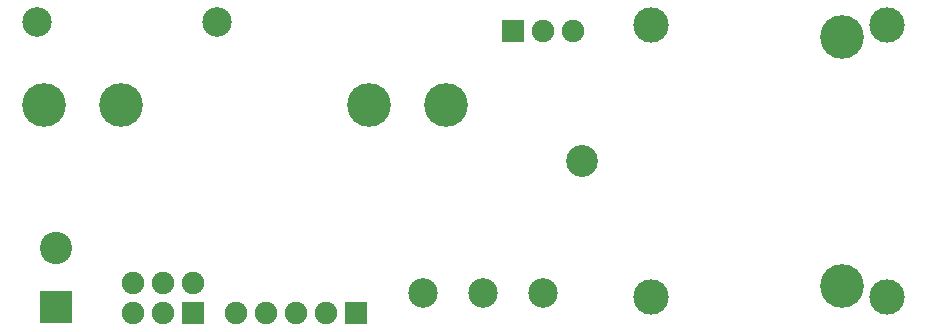
<source format=gbr>
G04 DipTrace 3.3.1.3*
G04 GTS.gbr*
%MOIN*%
G04 #@! TF.FileFunction,Soldermask,Top*
G04 #@! TF.Part,Single*
%ADD45C,0.11811*%
%ADD47C,0.106299*%
%ADD51C,0.107874*%
%ADD53R,0.107874X0.107874*%
%ADD59C,0.098425*%
%ADD63R,0.074803X0.074803*%
%ADD65C,0.074803*%
%ADD69C,0.145669*%
%FSLAX26Y26*%
G04*
G70*
G90*
G75*
G01*
G04 TopMask*
%LPD*%
D69*
X524961Y1174803D3*
X780866D3*
X1607638D3*
X1863543D3*
X3184302Y568898D3*
Y1399606D3*
D65*
X2187008Y1420866D3*
D63*
X2087008D3*
D65*
X2287008D3*
D59*
X1987008Y545827D3*
X2187008D3*
X1787008D3*
X1099950Y1449951D3*
X499950D3*
D53*
X564016Y499764D3*
D51*
Y696614D3*
D63*
X1564016Y480984D3*
D65*
X1464016D3*
X1364016D3*
X1264016D3*
X1164016D3*
X1020276Y580984D3*
X920276D3*
X820276D3*
Y480984D3*
X920276D3*
D63*
X1020276D3*
D47*
X2318701Y987451D3*
D45*
X3334448Y1440207D3*
X2547046D3*
X3334448Y534696D3*
X2547046D3*
M02*

</source>
